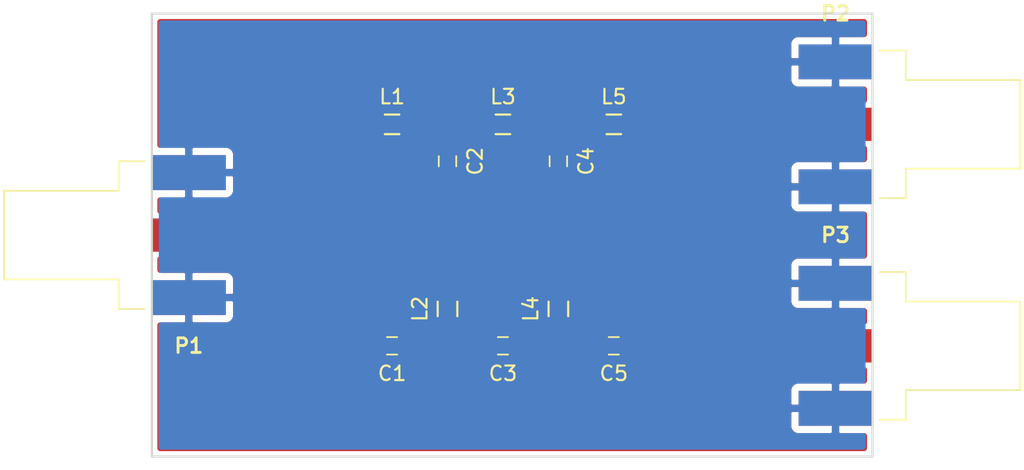
<source format=kicad_pcb>
(kicad_pcb (version 4) (host pcbnew 4.0.5)

  (general
    (links 27)
    (no_connects 3)
    (area 126.924999 65.964999 176.605001 96.595001)
    (thickness 1.6)
    (drawings 4)
    (tracks 19)
    (zones 0)
    (modules 13)
    (nets 9)
  )

  (page A4)
  (layers
    (0 F.Cu signal)
    (31 B.Cu signal)
    (32 B.Adhes user)
    (33 F.Adhes user)
    (34 B.Paste user)
    (35 F.Paste user)
    (36 B.SilkS user)
    (37 F.SilkS user)
    (38 B.Mask user)
    (39 F.Mask user)
    (40 Dwgs.User user)
    (41 Cmts.User user)
    (42 Eco1.User user)
    (43 Eco2.User user)
    (44 Edge.Cuts user)
    (45 Margin user)
    (46 B.CrtYd user)
    (47 F.CrtYd user)
    (48 B.Fab user)
    (49 F.Fab user)
  )

  (setup
    (last_trace_width 0.25)
    (trace_clearance 0.2)
    (zone_clearance 0.3)
    (zone_45_only no)
    (trace_min 0.2)
    (segment_width 0.2)
    (edge_width 0.15)
    (via_size 0.6)
    (via_drill 0.4)
    (via_min_size 0.4)
    (via_min_drill 0.3)
    (uvia_size 0.3)
    (uvia_drill 0.1)
    (uvias_allowed no)
    (uvia_min_size 0.2)
    (uvia_min_drill 0.1)
    (pcb_text_width 0.3)
    (pcb_text_size 1.5 1.5)
    (mod_edge_width 0.15)
    (mod_text_size 1 1)
    (mod_text_width 0.15)
    (pad_size 1.524 1.524)
    (pad_drill 0.762)
    (pad_to_mask_clearance 0.2)
    (aux_axis_origin 0 0)
    (visible_elements FFFFFF7F)
    (pcbplotparams
      (layerselection 0x00030_80000001)
      (usegerberextensions false)
      (excludeedgelayer true)
      (linewidth 0.100000)
      (plotframeref false)
      (viasonmask false)
      (mode 1)
      (useauxorigin false)
      (hpglpennumber 1)
      (hpglpenspeed 20)
      (hpglpendiameter 15)
      (hpglpenoverlay 2)
      (psnegative false)
      (psa4output false)
      (plotreference true)
      (plotvalue true)
      (plotinvisibletext false)
      (padsonsilk false)
      (subtractmaskfromsilk false)
      (outputformat 1)
      (mirror false)
      (drillshape 1)
      (scaleselection 1)
      (outputdirectory ""))
  )

  (net 0 "")
  (net 1 "Net-(C1-Pad1)")
  (net 2 "Net-(C1-Pad2)")
  (net 3 "Net-(C2-Pad1)")
  (net 4 GND)
  (net 5 "Net-(C3-Pad1)")
  (net 6 "Net-(C4-Pad1)")
  (net 7 "Net-(C5-Pad1)")
  (net 8 "Net-(L5-Pad2)")

  (net_class Default "This is the default net class."
    (clearance 0.2)
    (trace_width 0.25)
    (via_dia 0.6)
    (via_drill 0.4)
    (uvia_dia 0.3)
    (uvia_drill 0.1)
    (add_net GND)
  )

  (net_class signal ""
    (clearance 0.3)
    (trace_width 1.2)
    (via_dia 0.8)
    (via_drill 0.6)
    (uvia_dia 0.3)
    (uvia_drill 0.1)
    (add_net "Net-(C1-Pad1)")
    (add_net "Net-(C1-Pad2)")
    (add_net "Net-(C2-Pad1)")
    (add_net "Net-(C3-Pad1)")
    (add_net "Net-(C4-Pad1)")
    (add_net "Net-(C5-Pad1)")
    (add_net "Net-(L5-Pad2)")
  )

  (module Resistors_SMD:R_0603_HandSoldering (layer F.Cu) (tedit 58307AEF) (tstamp 58A75894)
    (at 151.13 73.66)
    (descr "Resistor SMD 0603, hand soldering")
    (tags "resistor 0603")
    (path /58A746C4)
    (attr smd)
    (fp_text reference L3 (at 0 -1.9) (layer F.SilkS)
      (effects (font (size 1 1) (thickness 0.15)))
    )
    (fp_text value L (at 0 1.9) (layer F.Fab)
      (effects (font (size 1 1) (thickness 0.15)))
    )
    (fp_line (start -0.8 0.4) (end -0.8 -0.4) (layer F.Fab) (width 0.1))
    (fp_line (start 0.8 0.4) (end -0.8 0.4) (layer F.Fab) (width 0.1))
    (fp_line (start 0.8 -0.4) (end 0.8 0.4) (layer F.Fab) (width 0.1))
    (fp_line (start -0.8 -0.4) (end 0.8 -0.4) (layer F.Fab) (width 0.1))
    (fp_line (start -2 -0.8) (end 2 -0.8) (layer F.CrtYd) (width 0.05))
    (fp_line (start -2 0.8) (end 2 0.8) (layer F.CrtYd) (width 0.05))
    (fp_line (start -2 -0.8) (end -2 0.8) (layer F.CrtYd) (width 0.05))
    (fp_line (start 2 -0.8) (end 2 0.8) (layer F.CrtYd) (width 0.05))
    (fp_line (start 0.5 0.675) (end -0.5 0.675) (layer F.SilkS) (width 0.15))
    (fp_line (start -0.5 -0.675) (end 0.5 -0.675) (layer F.SilkS) (width 0.15))
    (pad 1 smd rect (at -1.1 0) (size 1.2 0.9) (layers F.Cu F.Paste F.Mask)
      (net 3 "Net-(C2-Pad1)"))
    (pad 2 smd rect (at 1.1 0) (size 1.2 0.9) (layers F.Cu F.Paste F.Mask)
      (net 6 "Net-(C4-Pad1)"))
    (model Resistors_SMD.3dshapes/R_0603_HandSoldering.wrl
      (at (xyz 0 0 0))
      (scale (xyz 1 1 1))
      (rotate (xyz 0 0 0))
    )
  )

  (module Capacitors_SMD:C_0603_HandSoldering (layer F.Cu) (tedit 541A9B4D) (tstamp 58A7560B)
    (at 143.51 88.9 180)
    (descr "Capacitor SMD 0603, hand soldering")
    (tags "capacitor 0603")
    (path /58A74213)
    (attr smd)
    (fp_text reference C1 (at 0 -1.9 180) (layer F.SilkS)
      (effects (font (size 1 1) (thickness 0.15)))
    )
    (fp_text value C (at 0 1.9 180) (layer F.Fab)
      (effects (font (size 1 1) (thickness 0.15)))
    )
    (fp_line (start -0.8 0.4) (end -0.8 -0.4) (layer F.Fab) (width 0.1))
    (fp_line (start 0.8 0.4) (end -0.8 0.4) (layer F.Fab) (width 0.1))
    (fp_line (start 0.8 -0.4) (end 0.8 0.4) (layer F.Fab) (width 0.1))
    (fp_line (start -0.8 -0.4) (end 0.8 -0.4) (layer F.Fab) (width 0.1))
    (fp_line (start -1.85 -0.75) (end 1.85 -0.75) (layer F.CrtYd) (width 0.05))
    (fp_line (start -1.85 0.75) (end 1.85 0.75) (layer F.CrtYd) (width 0.05))
    (fp_line (start -1.85 -0.75) (end -1.85 0.75) (layer F.CrtYd) (width 0.05))
    (fp_line (start 1.85 -0.75) (end 1.85 0.75) (layer F.CrtYd) (width 0.05))
    (fp_line (start -0.35 -0.6) (end 0.35 -0.6) (layer F.SilkS) (width 0.12))
    (fp_line (start 0.35 0.6) (end -0.35 0.6) (layer F.SilkS) (width 0.12))
    (pad 1 smd rect (at -0.95 0 180) (size 1.2 0.75) (layers F.Cu F.Paste F.Mask)
      (net 1 "Net-(C1-Pad1)"))
    (pad 2 smd rect (at 0.95 0 180) (size 1.2 0.75) (layers F.Cu F.Paste F.Mask)
      (net 2 "Net-(C1-Pad2)"))
    (model Capacitors_SMD.3dshapes/C_0603_HandSoldering.wrl
      (at (xyz 0 0 0))
      (scale (xyz 1 1 1))
      (rotate (xyz 0 0 0))
    )
  )

  (module Capacitors_SMD:C_0603_HandSoldering (layer F.Cu) (tedit 541A9B4D) (tstamp 58A7561B)
    (at 147.32 76.2 270)
    (descr "Capacitor SMD 0603, hand soldering")
    (tags "capacitor 0603")
    (path /58A741C7)
    (attr smd)
    (fp_text reference C2 (at 0 -1.9 270) (layer F.SilkS)
      (effects (font (size 1 1) (thickness 0.15)))
    )
    (fp_text value C (at 0 1.9 270) (layer F.Fab)
      (effects (font (size 1 1) (thickness 0.15)))
    )
    (fp_line (start -0.8 0.4) (end -0.8 -0.4) (layer F.Fab) (width 0.1))
    (fp_line (start 0.8 0.4) (end -0.8 0.4) (layer F.Fab) (width 0.1))
    (fp_line (start 0.8 -0.4) (end 0.8 0.4) (layer F.Fab) (width 0.1))
    (fp_line (start -0.8 -0.4) (end 0.8 -0.4) (layer F.Fab) (width 0.1))
    (fp_line (start -1.85 -0.75) (end 1.85 -0.75) (layer F.CrtYd) (width 0.05))
    (fp_line (start -1.85 0.75) (end 1.85 0.75) (layer F.CrtYd) (width 0.05))
    (fp_line (start -1.85 -0.75) (end -1.85 0.75) (layer F.CrtYd) (width 0.05))
    (fp_line (start 1.85 -0.75) (end 1.85 0.75) (layer F.CrtYd) (width 0.05))
    (fp_line (start -0.35 -0.6) (end 0.35 -0.6) (layer F.SilkS) (width 0.12))
    (fp_line (start 0.35 0.6) (end -0.35 0.6) (layer F.SilkS) (width 0.12))
    (pad 1 smd rect (at -0.95 0 270) (size 1.2 0.75) (layers F.Cu F.Paste F.Mask)
      (net 3 "Net-(C2-Pad1)"))
    (pad 2 smd rect (at 0.95 0 270) (size 1.2 0.75) (layers F.Cu F.Paste F.Mask)
      (net 4 GND))
    (model Capacitors_SMD.3dshapes/C_0603_HandSoldering.wrl
      (at (xyz 0 0 0))
      (scale (xyz 1 1 1))
      (rotate (xyz 0 0 0))
    )
  )

  (module Capacitors_SMD:C_0603_HandSoldering (layer F.Cu) (tedit 541A9B4D) (tstamp 58A7562B)
    (at 151.13 88.9 180)
    (descr "Capacitor SMD 0603, hand soldering")
    (tags "capacitor 0603")
    (path /58A7426A)
    (attr smd)
    (fp_text reference C3 (at 0 -1.9 180) (layer F.SilkS)
      (effects (font (size 1 1) (thickness 0.15)))
    )
    (fp_text value C (at 0 1.9 180) (layer F.Fab)
      (effects (font (size 1 1) (thickness 0.15)))
    )
    (fp_line (start -0.8 0.4) (end -0.8 -0.4) (layer F.Fab) (width 0.1))
    (fp_line (start 0.8 0.4) (end -0.8 0.4) (layer F.Fab) (width 0.1))
    (fp_line (start 0.8 -0.4) (end 0.8 0.4) (layer F.Fab) (width 0.1))
    (fp_line (start -0.8 -0.4) (end 0.8 -0.4) (layer F.Fab) (width 0.1))
    (fp_line (start -1.85 -0.75) (end 1.85 -0.75) (layer F.CrtYd) (width 0.05))
    (fp_line (start -1.85 0.75) (end 1.85 0.75) (layer F.CrtYd) (width 0.05))
    (fp_line (start -1.85 -0.75) (end -1.85 0.75) (layer F.CrtYd) (width 0.05))
    (fp_line (start 1.85 -0.75) (end 1.85 0.75) (layer F.CrtYd) (width 0.05))
    (fp_line (start -0.35 -0.6) (end 0.35 -0.6) (layer F.SilkS) (width 0.12))
    (fp_line (start 0.35 0.6) (end -0.35 0.6) (layer F.SilkS) (width 0.12))
    (pad 1 smd rect (at -0.95 0 180) (size 1.2 0.75) (layers F.Cu F.Paste F.Mask)
      (net 5 "Net-(C3-Pad1)"))
    (pad 2 smd rect (at 0.95 0 180) (size 1.2 0.75) (layers F.Cu F.Paste F.Mask)
      (net 1 "Net-(C1-Pad1)"))
    (model Capacitors_SMD.3dshapes/C_0603_HandSoldering.wrl
      (at (xyz 0 0 0))
      (scale (xyz 1 1 1))
      (rotate (xyz 0 0 0))
    )
  )

  (module Capacitors_SMD:C_0603_HandSoldering (layer F.Cu) (tedit 541A9B4D) (tstamp 58A7563B)
    (at 154.94 76.2 270)
    (descr "Capacitor SMD 0603, hand soldering")
    (tags "capacitor 0603")
    (path /58A741EB)
    (attr smd)
    (fp_text reference C4 (at 0 -1.9 270) (layer F.SilkS)
      (effects (font (size 1 1) (thickness 0.15)))
    )
    (fp_text value C (at 0 1.9 270) (layer F.Fab)
      (effects (font (size 1 1) (thickness 0.15)))
    )
    (fp_line (start -0.8 0.4) (end -0.8 -0.4) (layer F.Fab) (width 0.1))
    (fp_line (start 0.8 0.4) (end -0.8 0.4) (layer F.Fab) (width 0.1))
    (fp_line (start 0.8 -0.4) (end 0.8 0.4) (layer F.Fab) (width 0.1))
    (fp_line (start -0.8 -0.4) (end 0.8 -0.4) (layer F.Fab) (width 0.1))
    (fp_line (start -1.85 -0.75) (end 1.85 -0.75) (layer F.CrtYd) (width 0.05))
    (fp_line (start -1.85 0.75) (end 1.85 0.75) (layer F.CrtYd) (width 0.05))
    (fp_line (start -1.85 -0.75) (end -1.85 0.75) (layer F.CrtYd) (width 0.05))
    (fp_line (start 1.85 -0.75) (end 1.85 0.75) (layer F.CrtYd) (width 0.05))
    (fp_line (start -0.35 -0.6) (end 0.35 -0.6) (layer F.SilkS) (width 0.12))
    (fp_line (start 0.35 0.6) (end -0.35 0.6) (layer F.SilkS) (width 0.12))
    (pad 1 smd rect (at -0.95 0 270) (size 1.2 0.75) (layers F.Cu F.Paste F.Mask)
      (net 6 "Net-(C4-Pad1)"))
    (pad 2 smd rect (at 0.95 0 270) (size 1.2 0.75) (layers F.Cu F.Paste F.Mask)
      (net 4 GND))
    (model Capacitors_SMD.3dshapes/C_0603_HandSoldering.wrl
      (at (xyz 0 0 0))
      (scale (xyz 1 1 1))
      (rotate (xyz 0 0 0))
    )
  )

  (module Capacitors_SMD:C_0603_HandSoldering (layer F.Cu) (tedit 541A9B4D) (tstamp 58A7564B)
    (at 158.75 88.9 180)
    (descr "Capacitor SMD 0603, hand soldering")
    (tags "capacitor 0603")
    (path /58A7429E)
    (attr smd)
    (fp_text reference C5 (at 0 -1.9 180) (layer F.SilkS)
      (effects (font (size 1 1) (thickness 0.15)))
    )
    (fp_text value C (at 0 1.9 180) (layer F.Fab)
      (effects (font (size 1 1) (thickness 0.15)))
    )
    (fp_line (start -0.8 0.4) (end -0.8 -0.4) (layer F.Fab) (width 0.1))
    (fp_line (start 0.8 0.4) (end -0.8 0.4) (layer F.Fab) (width 0.1))
    (fp_line (start 0.8 -0.4) (end 0.8 0.4) (layer F.Fab) (width 0.1))
    (fp_line (start -0.8 -0.4) (end 0.8 -0.4) (layer F.Fab) (width 0.1))
    (fp_line (start -1.85 -0.75) (end 1.85 -0.75) (layer F.CrtYd) (width 0.05))
    (fp_line (start -1.85 0.75) (end 1.85 0.75) (layer F.CrtYd) (width 0.05))
    (fp_line (start -1.85 -0.75) (end -1.85 0.75) (layer F.CrtYd) (width 0.05))
    (fp_line (start 1.85 -0.75) (end 1.85 0.75) (layer F.CrtYd) (width 0.05))
    (fp_line (start -0.35 -0.6) (end 0.35 -0.6) (layer F.SilkS) (width 0.12))
    (fp_line (start 0.35 0.6) (end -0.35 0.6) (layer F.SilkS) (width 0.12))
    (pad 1 smd rect (at -0.95 0 180) (size 1.2 0.75) (layers F.Cu F.Paste F.Mask)
      (net 7 "Net-(C5-Pad1)"))
    (pad 2 smd rect (at 0.95 0 180) (size 1.2 0.75) (layers F.Cu F.Paste F.Mask)
      (net 5 "Net-(C3-Pad1)"))
    (model Capacitors_SMD.3dshapes/C_0603_HandSoldering.wrl
      (at (xyz 0 0 0))
      (scale (xyz 1 1 1))
      (rotate (xyz 0 0 0))
    )
  )

  (module Resistors_SMD:R_0603_HandSoldering (layer F.Cu) (tedit 58307AEF) (tstamp 58A75888)
    (at 143.51 73.66)
    (descr "Resistor SMD 0603, hand soldering")
    (tags "resistor 0603")
    (path /58A7462A)
    (attr smd)
    (fp_text reference L1 (at 0 -1.9) (layer F.SilkS)
      (effects (font (size 1 1) (thickness 0.15)))
    )
    (fp_text value L (at 0 1.9) (layer F.Fab)
      (effects (font (size 1 1) (thickness 0.15)))
    )
    (fp_line (start -0.8 0.4) (end -0.8 -0.4) (layer F.Fab) (width 0.1))
    (fp_line (start 0.8 0.4) (end -0.8 0.4) (layer F.Fab) (width 0.1))
    (fp_line (start 0.8 -0.4) (end 0.8 0.4) (layer F.Fab) (width 0.1))
    (fp_line (start -0.8 -0.4) (end 0.8 -0.4) (layer F.Fab) (width 0.1))
    (fp_line (start -2 -0.8) (end 2 -0.8) (layer F.CrtYd) (width 0.05))
    (fp_line (start -2 0.8) (end 2 0.8) (layer F.CrtYd) (width 0.05))
    (fp_line (start -2 -0.8) (end -2 0.8) (layer F.CrtYd) (width 0.05))
    (fp_line (start 2 -0.8) (end 2 0.8) (layer F.CrtYd) (width 0.05))
    (fp_line (start 0.5 0.675) (end -0.5 0.675) (layer F.SilkS) (width 0.15))
    (fp_line (start -0.5 -0.675) (end 0.5 -0.675) (layer F.SilkS) (width 0.15))
    (pad 1 smd rect (at -1.1 0) (size 1.2 0.9) (layers F.Cu F.Paste F.Mask)
      (net 2 "Net-(C1-Pad2)"))
    (pad 2 smd rect (at 1.1 0) (size 1.2 0.9) (layers F.Cu F.Paste F.Mask)
      (net 3 "Net-(C2-Pad1)"))
    (model Resistors_SMD.3dshapes/R_0603_HandSoldering.wrl
      (at (xyz 0 0 0))
      (scale (xyz 1 1 1))
      (rotate (xyz 0 0 0))
    )
  )

  (module Resistors_SMD:R_0603_HandSoldering (layer F.Cu) (tedit 58307AEF) (tstamp 58A7588E)
    (at 147.32 86.36 90)
    (descr "Resistor SMD 0603, hand soldering")
    (tags "resistor 0603")
    (path /58A74304)
    (attr smd)
    (fp_text reference L2 (at 0 -1.9 90) (layer F.SilkS)
      (effects (font (size 1 1) (thickness 0.15)))
    )
    (fp_text value L (at 0 1.9 90) (layer F.Fab)
      (effects (font (size 1 1) (thickness 0.15)))
    )
    (fp_line (start -0.8 0.4) (end -0.8 -0.4) (layer F.Fab) (width 0.1))
    (fp_line (start 0.8 0.4) (end -0.8 0.4) (layer F.Fab) (width 0.1))
    (fp_line (start 0.8 -0.4) (end 0.8 0.4) (layer F.Fab) (width 0.1))
    (fp_line (start -0.8 -0.4) (end 0.8 -0.4) (layer F.Fab) (width 0.1))
    (fp_line (start -2 -0.8) (end 2 -0.8) (layer F.CrtYd) (width 0.05))
    (fp_line (start -2 0.8) (end 2 0.8) (layer F.CrtYd) (width 0.05))
    (fp_line (start -2 -0.8) (end -2 0.8) (layer F.CrtYd) (width 0.05))
    (fp_line (start 2 -0.8) (end 2 0.8) (layer F.CrtYd) (width 0.05))
    (fp_line (start 0.5 0.675) (end -0.5 0.675) (layer F.SilkS) (width 0.15))
    (fp_line (start -0.5 -0.675) (end 0.5 -0.675) (layer F.SilkS) (width 0.15))
    (pad 1 smd rect (at -1.1 0 90) (size 1.2 0.9) (layers F.Cu F.Paste F.Mask)
      (net 1 "Net-(C1-Pad1)"))
    (pad 2 smd rect (at 1.1 0 90) (size 1.2 0.9) (layers F.Cu F.Paste F.Mask)
      (net 4 GND))
    (model Resistors_SMD.3dshapes/R_0603_HandSoldering.wrl
      (at (xyz 0 0 0))
      (scale (xyz 1 1 1))
      (rotate (xyz 0 0 0))
    )
  )

  (module Resistors_SMD:R_0603_HandSoldering (layer F.Cu) (tedit 58307AEF) (tstamp 58A7589A)
    (at 154.94 86.36 90)
    (descr "Resistor SMD 0603, hand soldering")
    (tags "resistor 0603")
    (path /58A745B1)
    (attr smd)
    (fp_text reference L4 (at 0 -1.9 90) (layer F.SilkS)
      (effects (font (size 1 1) (thickness 0.15)))
    )
    (fp_text value L (at 0 1.9 90) (layer F.Fab)
      (effects (font (size 1 1) (thickness 0.15)))
    )
    (fp_line (start -0.8 0.4) (end -0.8 -0.4) (layer F.Fab) (width 0.1))
    (fp_line (start 0.8 0.4) (end -0.8 0.4) (layer F.Fab) (width 0.1))
    (fp_line (start 0.8 -0.4) (end 0.8 0.4) (layer F.Fab) (width 0.1))
    (fp_line (start -0.8 -0.4) (end 0.8 -0.4) (layer F.Fab) (width 0.1))
    (fp_line (start -2 -0.8) (end 2 -0.8) (layer F.CrtYd) (width 0.05))
    (fp_line (start -2 0.8) (end 2 0.8) (layer F.CrtYd) (width 0.05))
    (fp_line (start -2 -0.8) (end -2 0.8) (layer F.CrtYd) (width 0.05))
    (fp_line (start 2 -0.8) (end 2 0.8) (layer F.CrtYd) (width 0.05))
    (fp_line (start 0.5 0.675) (end -0.5 0.675) (layer F.SilkS) (width 0.15))
    (fp_line (start -0.5 -0.675) (end 0.5 -0.675) (layer F.SilkS) (width 0.15))
    (pad 1 smd rect (at -1.1 0 90) (size 1.2 0.9) (layers F.Cu F.Paste F.Mask)
      (net 5 "Net-(C3-Pad1)"))
    (pad 2 smd rect (at 1.1 0 90) (size 1.2 0.9) (layers F.Cu F.Paste F.Mask)
      (net 4 GND))
    (model Resistors_SMD.3dshapes/R_0603_HandSoldering.wrl
      (at (xyz 0 0 0))
      (scale (xyz 1 1 1))
      (rotate (xyz 0 0 0))
    )
  )

  (module Resistors_SMD:R_0603_HandSoldering (layer F.Cu) (tedit 58307AEF) (tstamp 58A758A0)
    (at 158.75 73.66)
    (descr "Resistor SMD 0603, hand soldering")
    (tags "resistor 0603")
    (path /58A74723)
    (attr smd)
    (fp_text reference L5 (at 0 -1.9) (layer F.SilkS)
      (effects (font (size 1 1) (thickness 0.15)))
    )
    (fp_text value L (at 0 1.9) (layer F.Fab)
      (effects (font (size 1 1) (thickness 0.15)))
    )
    (fp_line (start -0.8 0.4) (end -0.8 -0.4) (layer F.Fab) (width 0.1))
    (fp_line (start 0.8 0.4) (end -0.8 0.4) (layer F.Fab) (width 0.1))
    (fp_line (start 0.8 -0.4) (end 0.8 0.4) (layer F.Fab) (width 0.1))
    (fp_line (start -0.8 -0.4) (end 0.8 -0.4) (layer F.Fab) (width 0.1))
    (fp_line (start -2 -0.8) (end 2 -0.8) (layer F.CrtYd) (width 0.05))
    (fp_line (start -2 0.8) (end 2 0.8) (layer F.CrtYd) (width 0.05))
    (fp_line (start -2 -0.8) (end -2 0.8) (layer F.CrtYd) (width 0.05))
    (fp_line (start 2 -0.8) (end 2 0.8) (layer F.CrtYd) (width 0.05))
    (fp_line (start 0.5 0.675) (end -0.5 0.675) (layer F.SilkS) (width 0.15))
    (fp_line (start -0.5 -0.675) (end 0.5 -0.675) (layer F.SilkS) (width 0.15))
    (pad 1 smd rect (at -1.1 0) (size 1.2 0.9) (layers F.Cu F.Paste F.Mask)
      (net 6 "Net-(C4-Pad1)"))
    (pad 2 smd rect (at 1.1 0) (size 1.2 0.9) (layers F.Cu F.Paste F.Mask)
      (net 8 "Net-(L5-Pad2)"))
    (model Resistors_SMD.3dshapes/R_0603_HandSoldering.wrl
      (at (xyz 0 0 0))
      (scale (xyz 1 1 1))
      (rotate (xyz 0 0 0))
    )
  )

  (module Conn_RF:Conn_SMA_Molex_73251-1150 (layer F.Cu) (tedit 58A9E420) (tstamp 58A9DE38)
    (at 173.99 73.66)
    (descr "50 Ohms, SMA Jack Receptacle, Edge Mount, .25µm Gold (Au) Plating, 80 Pieces Per Tray")
    (tags "SMA RF Connector")
    (path /58A9C37A)
    (fp_text reference P2 (at 0 -7.62) (layer F.SilkS)
      (effects (font (size 1 1) (thickness 0.2)))
    )
    (fp_text value Conn_RF (at 0 7.62) (layer F.Fab)
      (effects (font (size 1 1) (thickness 0.2)))
    )
    (fp_line (start -3.048 6.096) (end -3.048 -5.842) (layer F.CrtYd) (width 0.05))
    (fp_line (start 12.954 6.096) (end -3.048 6.096) (layer F.CrtYd) (width 0.05))
    (fp_line (start 12.954 -5.842) (end 12.954 6.096) (layer F.CrtYd) (width 0.05))
    (fp_line (start -3.048 -5.842) (end 12.954 -5.842) (layer F.CrtYd) (width 0.05))
    (fp_line (start 4.826 -5.08) (end 3.048 -5.08) (layer F.SilkS) (width 0.12))
    (fp_line (start 4.826 -3.048) (end 4.826 -5.08) (layer F.SilkS) (width 0.12))
    (fp_line (start 12.7 -3.048) (end 4.826 -3.048) (layer F.SilkS) (width 0.12))
    (fp_line (start 12.7 3.048) (end 12.7 -3.048) (layer F.SilkS) (width 0.12))
    (fp_line (start 4.826 3.048) (end 12.7 3.048) (layer F.SilkS) (width 0.12))
    (fp_line (start 4.826 5.08) (end 4.826 3.048) (layer F.SilkS) (width 0.12))
    (fp_line (start 3.048 5.08) (end 4.826 5.08) (layer F.SilkS) (width 0.12))
    (pad 2 smd rect (at 0 -4.3) (size 5.08 2.4) (layers F.Cu F.Paste F.Mask)
      (net 4 GND))
    (pad 1 smd rect (at 0 0) (size 5.08 2.29) (layers F.Cu F.Paste F.Mask)
      (net 8 "Net-(L5-Pad2)"))
    (pad 2 smd rect (at 0 4.3) (size 5.08 2.4) (layers F.Cu F.Paste F.Mask)
      (net 4 GND))
    (pad 2 smd rect (at 0 -4.3) (size 5.08 2.4) (layers B.Cu B.Paste B.Mask)
      (net 4 GND))
    (pad 2 smd rect (at 0 4.3) (size 5.08 2.4) (layers B.Cu B.Paste B.Mask)
      (net 4 GND))
    (model /home/azisi/Documents/SatNOGS/satnogs-diplexer/libs/Conn_RF.3dshapes/Conn_SMA_Molex_73251-1150.wrl
      (at (xyz 0.49 0 0.013))
      (scale (xyz 0.3937 0.3937 0.3937))
      (rotate (xyz 0 0 180))
    )
  )

  (module Conn_RF:Conn_SMA_Molex_73251-1150 (layer F.Cu) (tedit 58A9E420) (tstamp 58A9DE4A)
    (at 173.99 88.9)
    (descr "50 Ohms, SMA Jack Receptacle, Edge Mount, .25µm Gold (Au) Plating, 80 Pieces Per Tray")
    (tags "SMA RF Connector")
    (path /58A9C462)
    (fp_text reference P3 (at 0 -7.62) (layer F.SilkS)
      (effects (font (size 1 1) (thickness 0.2)))
    )
    (fp_text value Conn_RF (at 0 7.62) (layer F.Fab)
      (effects (font (size 1 1) (thickness 0.2)))
    )
    (fp_line (start -3.048 6.096) (end -3.048 -5.842) (layer F.CrtYd) (width 0.05))
    (fp_line (start 12.954 6.096) (end -3.048 6.096) (layer F.CrtYd) (width 0.05))
    (fp_line (start 12.954 -5.842) (end 12.954 6.096) (layer F.CrtYd) (width 0.05))
    (fp_line (start -3.048 -5.842) (end 12.954 -5.842) (layer F.CrtYd) (width 0.05))
    (fp_line (start 4.826 -5.08) (end 3.048 -5.08) (layer F.SilkS) (width 0.12))
    (fp_line (start 4.826 -3.048) (end 4.826 -5.08) (layer F.SilkS) (width 0.12))
    (fp_line (start 12.7 -3.048) (end 4.826 -3.048) (layer F.SilkS) (width 0.12))
    (fp_line (start 12.7 3.048) (end 12.7 -3.048) (layer F.SilkS) (width 0.12))
    (fp_line (start 4.826 3.048) (end 12.7 3.048) (layer F.SilkS) (width 0.12))
    (fp_line (start 4.826 5.08) (end 4.826 3.048) (layer F.SilkS) (width 0.12))
    (fp_line (start 3.048 5.08) (end 4.826 5.08) (layer F.SilkS) (width 0.12))
    (pad 2 smd rect (at 0 -4.3) (size 5.08 2.4) (layers F.Cu F.Paste F.Mask)
      (net 4 GND))
    (pad 1 smd rect (at 0 0) (size 5.08 2.29) (layers F.Cu F.Paste F.Mask)
      (net 7 "Net-(C5-Pad1)"))
    (pad 2 smd rect (at 0 4.3) (size 5.08 2.4) (layers F.Cu F.Paste F.Mask)
      (net 4 GND))
    (pad 2 smd rect (at 0 -4.3) (size 5.08 2.4) (layers B.Cu B.Paste B.Mask)
      (net 4 GND))
    (pad 2 smd rect (at 0 4.3) (size 5.08 2.4) (layers B.Cu B.Paste B.Mask)
      (net 4 GND))
    (model /home/azisi/Documents/SatNOGS/satnogs-diplexer/libs/Conn_RF.3dshapes/Conn_SMA_Molex_73251-1150.wrl
      (at (xyz 0.49 0 0.013))
      (scale (xyz 0.3937 0.3937 0.3937))
      (rotate (xyz 0 0 180))
    )
  )

  (module Conn_RF:Conn_SMA_Molex_73251-1150 (layer F.Cu) (tedit 58A9E420) (tstamp 58A9DE26)
    (at 129.54 81.28 180)
    (descr "50 Ohms, SMA Jack Receptacle, Edge Mount, .25µm Gold (Au) Plating, 80 Pieces Per Tray")
    (tags "SMA RF Connector")
    (path /58A9C4D2)
    (fp_text reference P1 (at 0 -7.62 180) (layer F.SilkS)
      (effects (font (size 1 1) (thickness 0.2)))
    )
    (fp_text value Conn_RF (at 0 7.62 180) (layer F.Fab)
      (effects (font (size 1 1) (thickness 0.2)))
    )
    (fp_line (start -3.048 6.096) (end -3.048 -5.842) (layer F.CrtYd) (width 0.05))
    (fp_line (start 12.954 6.096) (end -3.048 6.096) (layer F.CrtYd) (width 0.05))
    (fp_line (start 12.954 -5.842) (end 12.954 6.096) (layer F.CrtYd) (width 0.05))
    (fp_line (start -3.048 -5.842) (end 12.954 -5.842) (layer F.CrtYd) (width 0.05))
    (fp_line (start 4.826 -5.08) (end 3.048 -5.08) (layer F.SilkS) (width 0.12))
    (fp_line (start 4.826 -3.048) (end 4.826 -5.08) (layer F.SilkS) (width 0.12))
    (fp_line (start 12.7 -3.048) (end 4.826 -3.048) (layer F.SilkS) (width 0.12))
    (fp_line (start 12.7 3.048) (end 12.7 -3.048) (layer F.SilkS) (width 0.12))
    (fp_line (start 4.826 3.048) (end 12.7 3.048) (layer F.SilkS) (width 0.12))
    (fp_line (start 4.826 5.08) (end 4.826 3.048) (layer F.SilkS) (width 0.12))
    (fp_line (start 3.048 5.08) (end 4.826 5.08) (layer F.SilkS) (width 0.12))
    (pad 2 smd rect (at 0 -4.3 180) (size 5.08 2.4) (layers F.Cu F.Paste F.Mask)
      (net 4 GND))
    (pad 1 smd rect (at 0 0 180) (size 5.08 2.29) (layers F.Cu F.Paste F.Mask)
      (net 2 "Net-(C1-Pad2)"))
    (pad 2 smd rect (at 0 4.3 180) (size 5.08 2.4) (layers F.Cu F.Paste F.Mask)
      (net 4 GND))
    (pad 2 smd rect (at 0 -4.3 180) (size 5.08 2.4) (layers B.Cu B.Paste B.Mask)
      (net 4 GND))
    (pad 2 smd rect (at 0 4.3 180) (size 5.08 2.4) (layers B.Cu B.Paste B.Mask)
      (net 4 GND))
    (model /home/azisi/Documents/SatNOGS/satnogs-diplexer/libs/Conn_RF.3dshapes/Conn_SMA_Molex_73251-1150.wrl
      (at (xyz 0.49 0 0.013))
      (scale (xyz 0.3937 0.3937 0.3937))
      (rotate (xyz 0 0 180))
    )
  )

  (gr_line (start 127 96.52) (end 127 66.04) (layer Edge.Cuts) (width 0.15))
  (gr_line (start 176.53 96.52) (end 127 96.52) (layer Edge.Cuts) (width 0.15))
  (gr_line (start 176.53 66.04) (end 176.53 96.52) (layer Edge.Cuts) (width 0.15))
  (gr_line (start 127 66.04) (end 176.53 66.04) (layer Edge.Cuts) (width 0.15))

  (segment (start 150.18 88.9) (end 147.32 88.9) (width 1.2) (layer F.Cu) (net 1))
  (segment (start 147.32 88.9) (end 144.46 88.9) (width 1.2) (layer F.Cu) (net 1))
  (segment (start 147.32 87.46) (end 147.32 88.9) (width 1.2) (layer F.Cu) (net 1))
  (segment (start 140.97 88.9) (end 133.35 81.28) (width 1.2) (layer F.Cu) (net 2))
  (segment (start 142.56 88.9) (end 140.97 88.9) (width 1.2) (layer F.Cu) (net 2))
  (segment (start 133.35 81.28) (end 129.54 81.28) (width 1.2) (layer F.Cu) (net 2))
  (segment (start 140.97 73.66) (end 133.35 81.28) (width 1.2) (layer F.Cu) (net 2))
  (segment (start 142.41 73.66) (end 140.97 73.66) (width 1.2) (layer F.Cu) (net 2))
  (segment (start 144.61 73.66) (end 147.32 73.66) (width 1.2) (layer F.Cu) (net 3))
  (segment (start 147.32 73.66) (end 150.03 73.66) (width 1.2) (layer F.Cu) (net 3))
  (segment (start 147.32 75.25) (end 147.32 73.66) (width 1.2) (layer F.Cu) (net 3))
  (segment (start 152.08 88.9) (end 154.94 88.9) (width 1.2) (layer F.Cu) (net 5))
  (segment (start 157.8 88.9) (end 154.94 88.9) (width 1.2) (layer F.Cu) (net 5))
  (segment (start 154.94 88.9) (end 154.94 87.46) (width 1.2) (layer F.Cu) (net 5))
  (segment (start 152.23 73.66) (end 154.94 73.66) (width 1.2) (layer F.Cu) (net 6))
  (segment (start 154.94 73.66) (end 157.65 73.66) (width 1.2) (layer F.Cu) (net 6))
  (segment (start 154.94 75.25) (end 154.94 73.66) (width 1.2) (layer F.Cu) (net 6))
  (segment (start 159.7 88.9) (end 173.99 88.9) (width 1.2) (layer F.Cu) (net 7))
  (segment (start 159.85 73.66) (end 173.99 73.66) (width 1.2) (layer F.Cu) (net 8))

  (zone (net 4) (net_name GND) (layer B.Cu) (tstamp 0) (hatch edge 0.508)
    (connect_pads (clearance 0.4))
    (min_thickness 0.4)
    (fill yes (arc_segments 16) (thermal_gap 0.5) (thermal_bridge_width 0.5))
    (polygon
      (pts
        (xy 127 66.04) (xy 176.53 66.04) (xy 176.53 96.52) (xy 127 96.52)
      )
    )
    (filled_polygon
      (pts
        (xy 175.855 67.46) (xy 174.215 67.46) (xy 174.04 67.635) (xy 174.04 69.31) (xy 174.06 69.31)
        (xy 174.06 69.41) (xy 174.04 69.41) (xy 174.04 71.085) (xy 174.215 71.26) (xy 175.855 71.26)
        (xy 175.855 76.06) (xy 174.215 76.06) (xy 174.04 76.235) (xy 174.04 77.91) (xy 174.06 77.91)
        (xy 174.06 78.01) (xy 174.04 78.01) (xy 174.04 79.685) (xy 174.215 79.86) (xy 175.855 79.86)
        (xy 175.855 82.7) (xy 174.215 82.7) (xy 174.04 82.875) (xy 174.04 84.55) (xy 174.06 84.55)
        (xy 174.06 84.65) (xy 174.04 84.65) (xy 174.04 86.325) (xy 174.215 86.5) (xy 175.855 86.5)
        (xy 175.855 91.3) (xy 174.215 91.3) (xy 174.04 91.475) (xy 174.04 93.15) (xy 174.06 93.15)
        (xy 174.06 93.25) (xy 174.04 93.25) (xy 174.04 94.925) (xy 174.215 95.1) (xy 175.855 95.1)
        (xy 175.855 95.845) (xy 127.675 95.845) (xy 127.675 93.425) (xy 170.75 93.425) (xy 170.75 94.539238)
        (xy 170.856568 94.796518) (xy 171.053482 94.993431) (xy 171.310761 95.1) (xy 173.765 95.1) (xy 173.94 94.925)
        (xy 173.94 93.25) (xy 170.925 93.25) (xy 170.75 93.425) (xy 127.675 93.425) (xy 127.675 91.860762)
        (xy 170.75 91.860762) (xy 170.75 92.975) (xy 170.925 93.15) (xy 173.94 93.15) (xy 173.94 91.475)
        (xy 173.765 91.3) (xy 171.310761 91.3) (xy 171.053482 91.406569) (xy 170.856568 91.603482) (xy 170.75 91.860762)
        (xy 127.675 91.860762) (xy 127.675 87.48) (xy 129.315 87.48) (xy 129.49 87.305) (xy 129.49 85.63)
        (xy 129.59 85.63) (xy 129.59 87.305) (xy 129.765 87.48) (xy 132.219239 87.48) (xy 132.476518 87.373431)
        (xy 132.673432 87.176518) (xy 132.78 86.919238) (xy 132.78 85.805) (xy 132.605 85.63) (xy 129.59 85.63)
        (xy 129.49 85.63) (xy 129.47 85.63) (xy 129.47 85.53) (xy 129.49 85.53) (xy 129.49 83.855)
        (xy 129.59 83.855) (xy 129.59 85.53) (xy 132.605 85.53) (xy 132.78 85.355) (xy 132.78 84.825)
        (xy 170.75 84.825) (xy 170.75 85.939238) (xy 170.856568 86.196518) (xy 171.053482 86.393431) (xy 171.310761 86.5)
        (xy 173.765 86.5) (xy 173.94 86.325) (xy 173.94 84.65) (xy 170.925 84.65) (xy 170.75 84.825)
        (xy 132.78 84.825) (xy 132.78 84.240762) (xy 132.673432 83.983482) (xy 132.476518 83.786569) (xy 132.219239 83.68)
        (xy 129.765 83.68) (xy 129.59 83.855) (xy 129.49 83.855) (xy 129.315 83.68) (xy 127.675 83.68)
        (xy 127.675 83.260762) (xy 170.75 83.260762) (xy 170.75 84.375) (xy 170.925 84.55) (xy 173.94 84.55)
        (xy 173.94 82.875) (xy 173.765 82.7) (xy 171.310761 82.7) (xy 171.053482 82.806569) (xy 170.856568 83.003482)
        (xy 170.75 83.260762) (xy 127.675 83.260762) (xy 127.675 78.88) (xy 129.315 78.88) (xy 129.49 78.705)
        (xy 129.49 77.03) (xy 129.59 77.03) (xy 129.59 78.705) (xy 129.765 78.88) (xy 132.219239 78.88)
        (xy 132.476518 78.773431) (xy 132.673432 78.576518) (xy 132.78 78.319238) (xy 132.78 78.185) (xy 170.75 78.185)
        (xy 170.75 79.299238) (xy 170.856568 79.556518) (xy 171.053482 79.753431) (xy 171.310761 79.86) (xy 173.765 79.86)
        (xy 173.94 79.685) (xy 173.94 78.01) (xy 170.925 78.01) (xy 170.75 78.185) (xy 132.78 78.185)
        (xy 132.78 77.205) (xy 132.605 77.03) (xy 129.59 77.03) (xy 129.49 77.03) (xy 129.47 77.03)
        (xy 129.47 76.93) (xy 129.49 76.93) (xy 129.49 75.255) (xy 129.59 75.255) (xy 129.59 76.93)
        (xy 132.605 76.93) (xy 132.78 76.755) (xy 132.78 76.620762) (xy 170.75 76.620762) (xy 170.75 77.735)
        (xy 170.925 77.91) (xy 173.94 77.91) (xy 173.94 76.235) (xy 173.765 76.06) (xy 171.310761 76.06)
        (xy 171.053482 76.166569) (xy 170.856568 76.363482) (xy 170.75 76.620762) (xy 132.78 76.620762) (xy 132.78 75.640762)
        (xy 132.673432 75.383482) (xy 132.476518 75.186569) (xy 132.219239 75.08) (xy 129.765 75.08) (xy 129.59 75.255)
        (xy 129.49 75.255) (xy 129.315 75.08) (xy 127.675 75.08) (xy 127.675 69.585) (xy 170.75 69.585)
        (xy 170.75 70.699238) (xy 170.856568 70.956518) (xy 171.053482 71.153431) (xy 171.310761 71.26) (xy 173.765 71.26)
        (xy 173.94 71.085) (xy 173.94 69.41) (xy 170.925 69.41) (xy 170.75 69.585) (xy 127.675 69.585)
        (xy 127.675 68.020762) (xy 170.75 68.020762) (xy 170.75 69.135) (xy 170.925 69.31) (xy 173.94 69.31)
        (xy 173.94 67.635) (xy 173.765 67.46) (xy 171.310761 67.46) (xy 171.053482 67.566569) (xy 170.856568 67.763482)
        (xy 170.75 68.020762) (xy 127.675 68.020762) (xy 127.675 66.715) (xy 175.855 66.715)
      )
    )
  )
  (zone (net 4) (net_name GND) (layer F.Cu) (tstamp 0) (hatch edge 0.508)
    (connect_pads (clearance 0.3))
    (min_thickness 0.4)
    (fill yes (arc_segments 16) (thermal_gap 0.5) (thermal_bridge_width 0.5))
    (polygon
      (pts
        (xy 127 66.04) (xy 176.53 66.04) (xy 176.53 96.52) (xy 127 96.52)
      )
    )
    (filled_polygon
      (pts
        (xy 140.192182 89.677817) (xy 140.549048 89.916267) (xy 140.97 90) (xy 142.56 90) (xy 142.980952 89.916267)
        (xy 143.184657 89.780156) (xy 143.345289 89.749931) (xy 143.512214 89.642517) (xy 143.661661 89.74463) (xy 143.834584 89.779648)
        (xy 144.039048 89.916267) (xy 144.46 90) (xy 150.18 90) (xy 150.600952 89.916267) (xy 150.804657 89.780156)
        (xy 150.965289 89.749931) (xy 151.132214 89.642517) (xy 151.281661 89.74463) (xy 151.454584 89.779648) (xy 151.659048 89.916267)
        (xy 152.08 90) (xy 157.8 90) (xy 158.220952 89.916267) (xy 158.424657 89.780156) (xy 158.585289 89.749931)
        (xy 158.752214 89.642517) (xy 158.901661 89.74463) (xy 159.074584 89.779648) (xy 159.279048 89.916267) (xy 159.7 90)
        (xy 170.940205 90) (xy 170.940205 90.045) (xy 170.975069 90.230289) (xy 171.084575 90.400465) (xy 171.251661 90.51463)
        (xy 171.45 90.554795) (xy 175.955 90.554795) (xy 175.955 91.3) (xy 174.215 91.3) (xy 174.04 91.475)
        (xy 174.04 93.15) (xy 174.06 93.15) (xy 174.06 93.25) (xy 174.04 93.25) (xy 174.04 94.925)
        (xy 174.215 95.1) (xy 175.955 95.1) (xy 175.955 95.945) (xy 127.575 95.945) (xy 127.575 93.425)
        (xy 170.75 93.425) (xy 170.75 94.539238) (xy 170.856568 94.796518) (xy 171.053482 94.993431) (xy 171.310761 95.1)
        (xy 173.765 95.1) (xy 173.94 94.925) (xy 173.94 93.25) (xy 170.925 93.25) (xy 170.75 93.425)
        (xy 127.575 93.425) (xy 127.575 91.860762) (xy 170.75 91.860762) (xy 170.75 92.975) (xy 170.925 93.15)
        (xy 173.94 93.15) (xy 173.94 91.475) (xy 173.765 91.3) (xy 171.310761 91.3) (xy 171.053482 91.406569)
        (xy 170.856568 91.603482) (xy 170.75 91.860762) (xy 127.575 91.860762) (xy 127.575 87.48) (xy 129.315 87.48)
        (xy 129.49 87.305) (xy 129.49 85.63) (xy 129.59 85.63) (xy 129.59 87.305) (xy 129.765 87.48)
        (xy 132.219239 87.48) (xy 132.476518 87.373431) (xy 132.673432 87.176518) (xy 132.78 86.919238) (xy 132.78 85.805)
        (xy 132.605 85.63) (xy 129.59 85.63) (xy 129.49 85.63) (xy 129.47 85.63) (xy 129.47 85.53)
        (xy 129.49 85.53) (xy 129.49 83.855) (xy 129.59 83.855) (xy 129.59 85.53) (xy 132.605 85.53)
        (xy 132.78 85.355) (xy 132.78 84.240762) (xy 132.673432 83.983482) (xy 132.476518 83.786569) (xy 132.219239 83.68)
        (xy 129.765 83.68) (xy 129.59 83.855) (xy 129.49 83.855) (xy 129.315 83.68) (xy 127.575 83.68)
        (xy 127.575 82.934795) (xy 132.08 82.934795) (xy 132.265289 82.899931) (xy 132.435465 82.790425) (xy 132.54963 82.623339)
        (xy 132.589795 82.425) (xy 132.589795 82.38) (xy 132.894366 82.38)
      )
    )
    (filled_polygon
      (pts
        (xy 158.775069 74.295289) (xy 158.884575 74.465465) (xy 159.051661 74.57963) (xy 159.25 74.619795) (xy 159.344532 74.619795)
        (xy 159.429048 74.676267) (xy 159.85 74.76) (xy 170.940205 74.76) (xy 170.940205 74.805) (xy 170.975069 74.990289)
        (xy 171.084575 75.160465) (xy 171.251661 75.27463) (xy 171.45 75.314795) (xy 175.955 75.314795) (xy 175.955 76.06)
        (xy 174.215 76.06) (xy 174.04 76.235) (xy 174.04 77.91) (xy 174.06 77.91) (xy 174.06 78.01)
        (xy 174.04 78.01) (xy 174.04 79.685) (xy 174.215 79.86) (xy 175.955 79.86) (xy 175.955 82.7)
        (xy 174.215 82.7) (xy 174.04 82.875) (xy 174.04 84.55) (xy 174.06 84.55) (xy 174.06 84.65)
        (xy 174.04 84.65) (xy 174.04 86.325) (xy 174.215 86.5) (xy 175.955 86.5) (xy 175.955 87.245205)
        (xy 171.45 87.245205) (xy 171.264711 87.280069) (xy 171.094535 87.389575) (xy 170.98037 87.556661) (xy 170.940205 87.755)
        (xy 170.940205 87.8) (xy 159.7 87.8) (xy 159.279048 87.883733) (xy 159.075343 88.019844) (xy 158.914711 88.050069)
        (xy 158.747786 88.157483) (xy 158.598339 88.05537) (xy 158.425416 88.020352) (xy 158.220952 87.883733) (xy 157.8 87.8)
        (xy 156.04 87.8) (xy 156.04 87.46) (xy 155.956267 87.039048) (xy 155.899795 86.954532) (xy 155.899795 86.86)
        (xy 155.864931 86.674711) (xy 155.755425 86.504535) (xy 155.720596 86.480737) (xy 155.786518 86.453432) (xy 155.983431 86.256518)
        (xy 156.09 85.999239) (xy 156.09 85.485) (xy 155.915 85.31) (xy 154.99 85.31) (xy 154.99 85.33)
        (xy 154.89 85.33) (xy 154.89 85.31) (xy 153.965 85.31) (xy 153.79 85.485) (xy 153.79 85.999239)
        (xy 153.896569 86.256518) (xy 154.093482 86.453432) (xy 154.157357 86.47989) (xy 154.134535 86.494575) (xy 154.02037 86.661661)
        (xy 153.980205 86.86) (xy 153.980205 86.954532) (xy 153.923733 87.039048) (xy 153.84 87.46) (xy 153.84 87.8)
        (xy 152.08 87.8) (xy 151.659048 87.883733) (xy 151.455343 88.019844) (xy 151.294711 88.050069) (xy 151.127786 88.157483)
        (xy 150.978339 88.05537) (xy 150.805416 88.020352) (xy 150.600952 87.883733) (xy 150.18 87.8) (xy 148.42 87.8)
        (xy 148.42 87.46) (xy 148.336267 87.039048) (xy 148.279795 86.954532) (xy 148.279795 86.86) (xy 148.244931 86.674711)
        (xy 148.135425 86.504535) (xy 148.100596 86.480737) (xy 148.166518 86.453432) (xy 148.363431 86.256518) (xy 148.47 85.999239)
        (xy 148.47 85.485) (xy 148.295 85.31) (xy 147.37 85.31) (xy 147.37 85.33) (xy 147.27 85.33)
        (xy 147.27 85.31) (xy 146.345 85.31) (xy 146.17 85.485) (xy 146.17 85.999239) (xy 146.276569 86.256518)
        (xy 146.473482 86.453432) (xy 146.537357 86.47989) (xy 146.514535 86.494575) (xy 146.40037 86.661661) (xy 146.360205 86.86)
        (xy 146.360205 86.954532) (xy 146.303733 87.039048) (xy 146.22 87.46) (xy 146.22 87.8) (xy 144.46 87.8)
        (xy 144.039048 87.883733) (xy 143.835343 88.019844) (xy 143.674711 88.050069) (xy 143.507786 88.157483) (xy 143.358339 88.05537)
        (xy 143.185416 88.020352) (xy 142.980952 87.883733) (xy 142.56 87.8) (xy 141.425635 87.8) (xy 138.146396 84.520761)
        (xy 146.17 84.520761) (xy 146.17 85.035) (xy 146.345 85.21) (xy 147.27 85.21) (xy 147.27 84.135)
        (xy 147.37 84.135) (xy 147.37 85.21) (xy 148.295 85.21) (xy 148.47 85.035) (xy 148.47 84.520761)
        (xy 153.79 84.520761) (xy 153.79 85.035) (xy 153.965 85.21) (xy 154.89 85.21) (xy 154.89 84.135)
        (xy 154.99 84.135) (xy 154.99 85.21) (xy 155.915 85.21) (xy 156.09 85.035) (xy 156.09 84.825)
        (xy 170.75 84.825) (xy 170.75 85.939238) (xy 170.856568 86.196518) (xy 171.053482 86.393431) (xy 171.310761 86.5)
        (xy 173.765 86.5) (xy 173.94 86.325) (xy 173.94 84.65) (xy 170.925 84.65) (xy 170.75 84.825)
        (xy 156.09 84.825) (xy 156.09 84.520761) (xy 155.983431 84.263482) (xy 155.786518 84.066568) (xy 155.529238 83.96)
        (xy 155.165 83.96) (xy 154.99 84.135) (xy 154.89 84.135) (xy 154.715 83.96) (xy 154.350762 83.96)
        (xy 154.093482 84.066568) (xy 153.896569 84.263482) (xy 153.79 84.520761) (xy 148.47 84.520761) (xy 148.363431 84.263482)
        (xy 148.166518 84.066568) (xy 147.909238 83.96) (xy 147.545 83.96) (xy 147.37 84.135) (xy 147.27 84.135)
        (xy 147.095 83.96) (xy 146.730762 83.96) (xy 146.473482 84.066568) (xy 146.276569 84.263482) (xy 146.17 84.520761)
        (xy 138.146396 84.520761) (xy 136.886397 83.260762) (xy 170.75 83.260762) (xy 170.75 84.375) (xy 170.925 84.55)
        (xy 173.94 84.55) (xy 173.94 82.875) (xy 173.765 82.7) (xy 171.310761 82.7) (xy 171.053482 82.806569)
        (xy 170.856568 83.003482) (xy 170.75 83.260762) (xy 136.886397 83.260762) (xy 134.905634 81.28) (xy 138.810634 77.375)
        (xy 146.245 77.375) (xy 146.245 77.889239) (xy 146.351569 78.146518) (xy 146.548482 78.343432) (xy 146.805762 78.45)
        (xy 147.095 78.45) (xy 147.27 78.275) (xy 147.27 77.2) (xy 147.37 77.2) (xy 147.37 78.275)
        (xy 147.545 78.45) (xy 147.834238 78.45) (xy 148.091518 78.343432) (xy 148.288431 78.146518) (xy 148.395 77.889239)
        (xy 148.395 77.375) (xy 153.865 77.375) (xy 153.865 77.889239) (xy 153.971569 78.146518) (xy 154.168482 78.343432)
        (xy 154.425762 78.45) (xy 154.715 78.45) (xy 154.89 78.275) (xy 154.89 77.2) (xy 154.99 77.2)
        (xy 154.99 78.275) (xy 155.165 78.45) (xy 155.454238 78.45) (xy 155.711518 78.343432) (xy 155.869949 78.185)
        (xy 170.75 78.185) (xy 170.75 79.299238) (xy 170.856568 79.556518) (xy 171.053482 79.753431) (xy 171.310761 79.86)
        (xy 173.765 79.86) (xy 173.94 79.685) (xy 173.94 78.01) (xy 170.925 78.01) (xy 170.75 78.185)
        (xy 155.869949 78.185) (xy 155.908431 78.146518) (xy 156.015 77.889239) (xy 156.015 77.375) (xy 155.84 77.2)
        (xy 154.99 77.2) (xy 154.89 77.2) (xy 154.04 77.2) (xy 153.865 77.375) (xy 148.395 77.375)
        (xy 148.22 77.2) (xy 147.37 77.2) (xy 147.27 77.2) (xy 146.42 77.2) (xy 146.245 77.375)
        (xy 138.810634 77.375) (xy 141.425635 74.76) (xy 142.41 74.76) (xy 142.830952 74.676267) (xy 142.915468 74.619795)
        (xy 143.01 74.619795) (xy 143.195289 74.584931) (xy 143.365465 74.475425) (xy 143.47963 74.308339) (xy 143.50964 74.160145)
        (xy 143.535069 74.295289) (xy 143.644575 74.465465) (xy 143.811661 74.57963) (xy 144.01 74.619795) (xy 144.104532 74.619795)
        (xy 144.189048 74.676267) (xy 144.61 74.76) (xy 146.22 74.76) (xy 146.22 75.25) (xy 146.303733 75.670952)
        (xy 146.439844 75.874657) (xy 146.47002 76.03503) (xy 146.351569 76.153482) (xy 146.245 76.410761) (xy 146.245 76.925)
        (xy 146.42 77.1) (xy 147.27 77.1) (xy 147.27 77.08) (xy 147.37 77.08) (xy 147.37 77.1)
        (xy 148.22 77.1) (xy 148.395 76.925) (xy 148.395 76.410761) (xy 148.288431 76.153482) (xy 148.167772 76.032823)
        (xy 148.199648 75.875416) (xy 148.336267 75.670952) (xy 148.42 75.25) (xy 148.42 74.76) (xy 150.03 74.76)
        (xy 150.450952 74.676267) (xy 150.535468 74.619795) (xy 150.63 74.619795) (xy 150.815289 74.584931) (xy 150.985465 74.475425)
        (xy 151.09963 74.308339) (xy 151.12964 74.160145) (xy 151.155069 74.295289) (xy 151.264575 74.465465) (xy 151.431661 74.57963)
        (xy 151.63 74.619795) (xy 151.724532 74.619795) (xy 151.809048 74.676267) (xy 152.23 74.76) (xy 153.84 74.76)
        (xy 153.84 75.25) (xy 153.923733 75.670952) (xy 154.059844 75.874657) (xy 154.09002 76.03503) (xy 153.971569 76.153482)
        (xy 153.865 76.410761) (xy 153.865 76.925) (xy 154.04 77.1) (xy 154.89 77.1) (xy 154.89 77.08)
        (xy 154.99 77.08) (xy 154.99 77.1) (xy 155.84 77.1) (xy 156.015 76.925) (xy 156.015 76.620762)
        (xy 170.75 76.620762) (xy 170.75 77.735) (xy 170.925 77.91) (xy 173.94 77.91) (xy 173.94 76.235)
        (xy 173.765 76.06) (xy 171.310761 76.06) (xy 171.053482 76.166569) (xy 170.856568 76.363482) (xy 170.75 76.620762)
        (xy 156.015 76.620762) (xy 156.015 76.410761) (xy 155.908431 76.153482) (xy 155.787772 76.032823) (xy 155.819648 75.875416)
        (xy 155.956267 75.670952) (xy 156.04 75.25) (xy 156.04 74.76) (xy 157.65 74.76) (xy 158.070952 74.676267)
        (xy 158.155468 74.619795) (xy 158.25 74.619795) (xy 158.435289 74.584931) (xy 158.605465 74.475425) (xy 158.71963 74.308339)
        (xy 158.74964 74.160145)
      )
    )
    (filled_polygon
      (pts
        (xy 175.955 67.46) (xy 174.215 67.46) (xy 174.04 67.635) (xy 174.04 69.31) (xy 174.06 69.31)
        (xy 174.06 69.41) (xy 174.04 69.41) (xy 174.04 71.085) (xy 174.215 71.26) (xy 175.955 71.26)
        (xy 175.955 72.005205) (xy 171.45 72.005205) (xy 171.264711 72.040069) (xy 171.094535 72.149575) (xy 170.98037 72.316661)
        (xy 170.940205 72.515) (xy 170.940205 72.56) (xy 159.85 72.56) (xy 159.429048 72.643733) (xy 159.344532 72.700205)
        (xy 159.25 72.700205) (xy 159.064711 72.735069) (xy 158.894535 72.844575) (xy 158.78037 73.011661) (xy 158.75036 73.159855)
        (xy 158.724931 73.024711) (xy 158.615425 72.854535) (xy 158.448339 72.74037) (xy 158.25 72.700205) (xy 158.155468 72.700205)
        (xy 158.070952 72.643733) (xy 157.65 72.56) (xy 152.23 72.56) (xy 151.809048 72.643733) (xy 151.724532 72.700205)
        (xy 151.63 72.700205) (xy 151.444711 72.735069) (xy 151.274535 72.844575) (xy 151.16037 73.011661) (xy 151.13036 73.159855)
        (xy 151.104931 73.024711) (xy 150.995425 72.854535) (xy 150.828339 72.74037) (xy 150.63 72.700205) (xy 150.535468 72.700205)
        (xy 150.450952 72.643733) (xy 150.03 72.56) (xy 144.61 72.56) (xy 144.189048 72.643733) (xy 144.104532 72.700205)
        (xy 144.01 72.700205) (xy 143.824711 72.735069) (xy 143.654535 72.844575) (xy 143.54037 73.011661) (xy 143.51036 73.159855)
        (xy 143.484931 73.024711) (xy 143.375425 72.854535) (xy 143.208339 72.74037) (xy 143.01 72.700205) (xy 142.915468 72.700205)
        (xy 142.830952 72.643733) (xy 142.41 72.56) (xy 140.97 72.56) (xy 140.549048 72.643733) (xy 140.192182 72.882183)
        (xy 132.894366 80.18) (xy 132.589795 80.18) (xy 132.589795 80.135) (xy 132.554931 79.949711) (xy 132.445425 79.779535)
        (xy 132.278339 79.66537) (xy 132.08 79.625205) (xy 127.575 79.625205) (xy 127.575 78.88) (xy 129.315 78.88)
        (xy 129.49 78.705) (xy 129.49 77.03) (xy 129.59 77.03) (xy 129.59 78.705) (xy 129.765 78.88)
        (xy 132.219239 78.88) (xy 132.476518 78.773431) (xy 132.673432 78.576518) (xy 132.78 78.319238) (xy 132.78 77.205)
        (xy 132.605 77.03) (xy 129.59 77.03) (xy 129.49 77.03) (xy 129.47 77.03) (xy 129.47 76.93)
        (xy 129.49 76.93) (xy 129.49 75.255) (xy 129.59 75.255) (xy 129.59 76.93) (xy 132.605 76.93)
        (xy 132.78 76.755) (xy 132.78 75.640762) (xy 132.673432 75.383482) (xy 132.476518 75.186569) (xy 132.219239 75.08)
        (xy 129.765 75.08) (xy 129.59 75.255) (xy 129.49 75.255) (xy 129.315 75.08) (xy 127.575 75.08)
        (xy 127.575 69.585) (xy 170.75 69.585) (xy 170.75 70.699238) (xy 170.856568 70.956518) (xy 171.053482 71.153431)
        (xy 171.310761 71.26) (xy 173.765 71.26) (xy 173.94 71.085) (xy 173.94 69.41) (xy 170.925 69.41)
        (xy 170.75 69.585) (xy 127.575 69.585) (xy 127.575 68.020762) (xy 170.75 68.020762) (xy 170.75 69.135)
        (xy 170.925 69.31) (xy 173.94 69.31) (xy 173.94 67.635) (xy 173.765 67.46) (xy 171.310761 67.46)
        (xy 171.053482 67.566569) (xy 170.856568 67.763482) (xy 170.75 68.020762) (xy 127.575 68.020762) (xy 127.575 66.615)
        (xy 175.955 66.615)
      )
    )
  )
)

</source>
